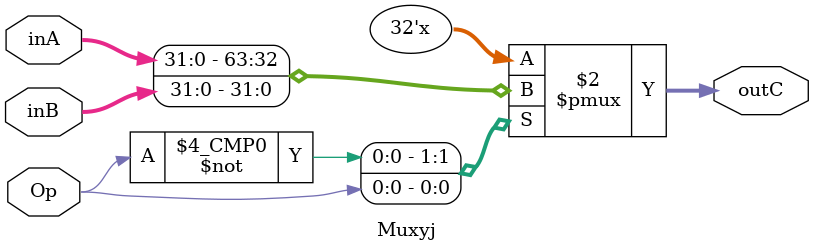
<source format=v>
`timescale 1ns/1ns

module Muxyj(
    input [31:0]inA,
    input [31:0]inB,
    input Op,
    output reg[31:0]outC
);

always @*
begin
    case (Op)
        1'b0:
        begin
            outC=inA;
        end
        1'b1:
        begin
            outC=inB;
        end
    endcase
end 

endmodule

</source>
